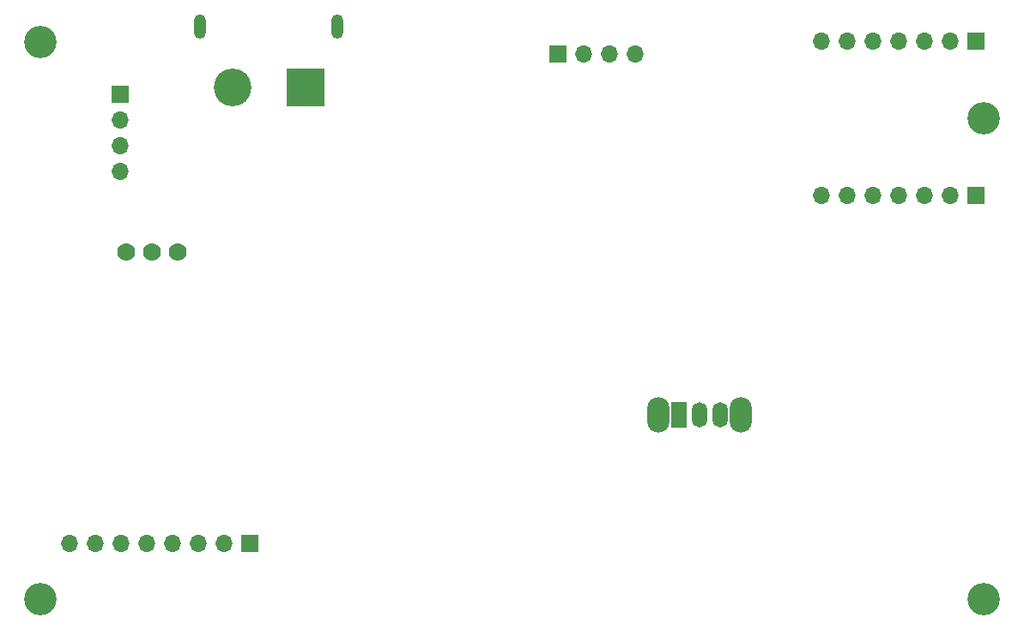
<source format=gbr>
%TF.GenerationSoftware,KiCad,Pcbnew,(6.0.4)*%
%TF.CreationDate,2022-12-15T09:54:16-05:00*%
%TF.ProjectId,HPcontroller,4850636f-6e74-4726-9f6c-6c65722e6b69,rev?*%
%TF.SameCoordinates,Original*%
%TF.FileFunction,Soldermask,Bot*%
%TF.FilePolarity,Negative*%
%FSLAX46Y46*%
G04 Gerber Fmt 4.6, Leading zero omitted, Abs format (unit mm)*
G04 Created by KiCad (PCBNEW (6.0.4)) date 2022-12-15 09:54:16*
%MOMM*%
%LPD*%
G01*
G04 APERTURE LIST*
%ADD10O,2.200000X3.500000*%
%ADD11R,1.500000X2.500000*%
%ADD12O,1.500000X2.500000*%
%ADD13C,3.200000*%
%ADD14R,1.700000X1.700000*%
%ADD15O,1.700000X1.700000*%
%ADD16C,1.778000*%
%ADD17R,3.716000X3.716000*%
%ADD18C,3.716000*%
%ADD19O,1.200000X2.400000*%
G04 APERTURE END LIST*
D10*
%TO.C,SWMODE1*%
X145600000Y-89797500D03*
X137400000Y-89797500D03*
D11*
X139500000Y-89797500D03*
D12*
X141500000Y-89797500D03*
X143500000Y-89797500D03*
%TD*%
D13*
%TO.C,H2*%
X76500000Y-53000000D03*
%TD*%
D14*
%TO.C,J1*%
X84375000Y-58200000D03*
D15*
X84375000Y-60740000D03*
X84375000Y-63280000D03*
X84375000Y-65820000D03*
%TD*%
D13*
%TO.C,H1*%
X76500000Y-108000000D03*
%TD*%
D14*
%TO.C,U5*%
X127525000Y-54200000D03*
D15*
X130065000Y-54200000D03*
X132605000Y-54200000D03*
X135145000Y-54200000D03*
%TD*%
D13*
%TO.C,H4*%
X169500000Y-60500000D03*
%TD*%
%TO.C,H3*%
X169500000Y-108000000D03*
%TD*%
D14*
%TO.C,U1*%
X168778000Y-52880000D03*
D15*
X166238000Y-52880000D03*
X163698000Y-52880000D03*
X161158000Y-52880000D03*
X158618000Y-52880000D03*
X156078000Y-52880000D03*
X153538000Y-52880000D03*
X153538000Y-68120000D03*
X156078000Y-68120000D03*
X158618000Y-68120000D03*
X161158000Y-68120000D03*
X163698000Y-68120000D03*
X166238000Y-68120000D03*
D14*
X168778000Y-68120000D03*
%TD*%
%TO.C,U6*%
X97160000Y-102500000D03*
D15*
X94620000Y-102500000D03*
X92080000Y-102500000D03*
X89540000Y-102500000D03*
X87000000Y-102500000D03*
X84460000Y-102500000D03*
X81920000Y-102500000D03*
X79380000Y-102500000D03*
%TD*%
D16*
%TO.C,U4*%
X84960000Y-73714000D03*
X87500000Y-73714000D03*
X90040000Y-73714000D03*
%TD*%
D17*
%TO.C,R11*%
X102600000Y-57500000D03*
D18*
X95400000Y-57500000D03*
D19*
X105750000Y-51500000D03*
X92250000Y-51500000D03*
%TD*%
M02*

</source>
